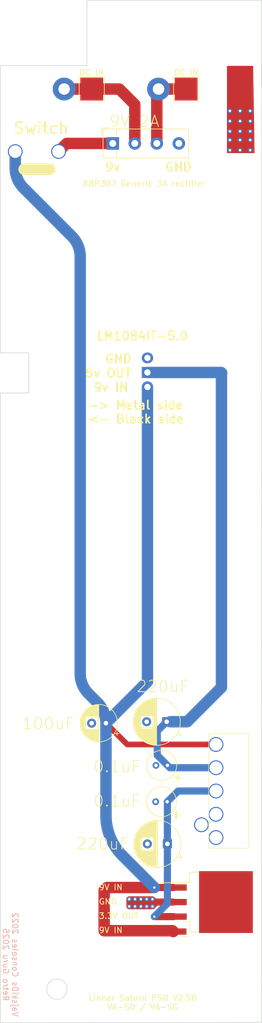
<source format=kicad_pcb>
(kicad_pcb (version 20240108) (generator "pcbnew") (generator_version "8.0")
  (layers (0 "F.Cu" signal) (31 "B.Cu" signal) (34 "B.Paste" user) (35 "F.Paste" user) (36 "B.SilkS" user "B.Silkscreen") (37 "F.SilkS" user "F.Silkscreen") (38 "B.Mask" user) (39 "F.Mask" user) (44 "Edge.Cuts" user))
  (net 0 "")
  (net 1 "GND")
  (net 2 "3.3v")
  (net 3 "5v")
  (footprint "Capacitor_THT:CP_Radial_D8.0mm_P3.50mm" (layer "F.Cu") (at 146.05 164.338 180)
    (property "Reference" "25v 220uF" (hide yes))
    (property "Value" "CP_Radial_D8.0mm_P3.50mm" (hide yes))
    (pad "1" thru_hole rect (at 0 0 180) (size 1.6 1.6) (drill 0.8) (layers "*.Cu" "*.Mask") (net 2 "3.3v"))
    (pad "GND" thru_hole circle (at 3.5 0 180) (size 1.6 1.6) (drill 0.8) (layers "*.Cu" "*.Mask") (net 1 "GND"))
  )
  (footprint "" (layer "F.Cu") (at 157.592 163.228)
    (property "Reference" "" (at 0 0 0) (layer "F.SilkS") (effects (font (size 1.27 1.27))))
    (property "Value" "" (at 0 0 0) (layer "F.SilkS") (effects (font (size 1.27 1.27))))
    (pad "" np_thru_hole circle (at 0 0) (size 3.2 3.2) (drill 3.2) (layers "*.Cu" "*.Mask"))
  )
  (footprint "" (layer "F.Cu") (at 142.564 84.54)
    (property "Reference" "" (at 0 0 0) (layer "F.SilkS") (effects (font (size 1.27 1.27))))
    (property "Value" "" (at 0 0 0) (layer "F.SilkS") (effects (font (size 1.27 1.27))))
    (pad "3" thru_hole oval (at 0 0 270) (size 1.905 2) (drill 1.1) (layers "*.Cu" "*.Mask"))
  )
  (footprint "" (layer "F.Cu") (at 154.544 146.972)
    (property "Reference" "" (at 0 0 0) (layer "F.SilkS") (effects (font (size 1.27 1.27))))
    (property "Value" "" (at 0 0 0) (layer "F.SilkS") (effects (font (size 1.27 1.27))))
    (pad "" thru_hole circle (at 0 0) (size 2.6 2.6) (drill 2.2) (layers "*.Cu" "*.Mask"))
  )
  (footprint "" (layer "F.Cu") (at 128 32.5)
    (property "Reference" "" (at 0 0 0) (layer "F.SilkS") (effects (font (size 1.27 1.27))))
    (property "Value" "")
    (pad "2" thru_hole oval (at 0 0) (size 4 4) (drill 2) (layers "*.Cu" "*.Mask"))
  )
  (footprint "" (layer "F.Cu") (at 152 161)
    (property "Reference" "" (at 0 0 0) (layer "F.SilkS") (effects (font (size 1.27 1.27))))
    (property "Value" "" (at 0 0 0) (layer "F.SilkS") (effects (font (size 1.27 1.27))))
    (pad "" thru_hole circle (at 0 0) (size 2.6 2.6) (drill 2.2) (layers "*.Cu" "*.Mask"))
  )
  (footprint "" (layer "F.Cu") (at 142.564 82)
    (property "Reference" "" (at 0 0 0) (layer "F.SilkS") (effects (font (size 1.27 1.27))))
    (property "Value" "" (at 0 0 0) (layer "F.SilkS") (effects (font (size 1.27 1.27))))
    (pad "1" thru_hole rect (at 0 0 270) (size 1.905 2) (drill 1.1) (layers "*.Cu" "*.Mask") (net 3 "5v"))
  )
  (footprint "TestPoint:TestPoint_Pad_4.0x4.0mm" (layer "F.Cu") (at 149.326 32.5)
    (property "Reference" "DC IN" (at 0 -2.898 0) (layer "F.SilkS"))
    (property "Value" "TestPoint_Pad_4.0x4.0mm" (hide yes))
    (pad "DC IN" smd rect (at 0 0) (size 4 4) (layers "F.Cu" "F.Mask"))
  )
  (footprint "" (layer "F.Cu") (at 144.5 32.5)
    (property "Reference" "" (at 0 0 0) (layer "F.SilkS") (effects (font (size 1.27 1.27))))
    (property "Value" "")
    (pad "2" thru_hole oval (at 0 0) (size 4 4) (drill 2) (layers "*.Cu" "*.Mask"))
  )
  (footprint "Capacitor_THT:C_Radial_D5.0mm_H5.0mm_P2.00mm" (layer "F.Cu") (at 146.05 150.622 180)
    (property "Reference" "50v 0.1uF" (hide yes))
    (property "Value" "C_Radial_D5.0mm_H5.0mm_P2.00mm" (hide yes))
    (pad "" thru_hole circle (at 2 0 180) (size 1.2 1.2) (drill 0.6) (layers "*.Cu" "*.Mask") (net 1 "GND"))
    (pad "1" thru_hole circle (at 0 0 180) (size 1.2 1.2) (drill 0.6) (layers "*.Cu" "*.Mask") (net 3 "5v"))
  )
  (footprint "" (layer "F.Cu") (at 157.592 151.036)
    (property "Reference" "" (at 0 0 0) (layer "F.SilkS") (effects (font (size 1.27 1.27))))
    (property "Value" "" (at 0 0 0) (layer "F.SilkS") (effects (font (size 1.27 1.27))))
    (pad "" np_thru_hole circle (at 0 0) (size 3.2 3.2) (drill 3.2) (layers "*.Cu" "*.Mask"))
  )
  (footprint "" (layer "F.Cu") (at 154.544 159.164)
    (property "Reference" "" (at 0 0 0) (layer "F.SilkS") (effects (font (size 1.27 1.27))))
    (property "Value" "" (at 0 0 0) (layer "F.SilkS") (effects (font (size 1.27 1.27))))
    (pad "" thru_hole circle (at 0 0) (size 2.6 2.6) (drill 2.2) (layers "*.Cu" "*.Mask") (net 1 "GND"))
  )
  (footprint "Capacitor_THT:CP_Radial_D6.3mm_P2.50mm" (layer "F.Cu") (at 135.310379 143.256 180)
    (property "Reference" "35v 100uF" (hide yes))
    (property "Value" "CP_Radial_D6.3mm_P2.50mm" (hide yes))
    (pad "" thru_hole circle (at 2.5 0 180) (size 1.6 1.6) (drill 0.8) (layers "*.Cu" "*.Mask") (net 1 "GND"))
    (pad "1" thru_hole rect (at 0 0 180) (size 1.6 1.6) (drill 0.8) (layers "*.Cu" "*.Mask"))
  )
  (footprint "" (layer "F.Cu") (at 154.544 151.036)
    (property "Reference" "" (at 0 0 0) (layer "F.SilkS") (effects (font (size 1.27 1.27))))
    (property "Value" "" (at 0 0 0) (layer "F.SilkS") (effects (font (size 1.27 1.27))))
    (pad "" thru_hole circle (at 0 0) (size 2.6 2.6) (drill 2.2) (layers "*.Cu" "*.Mask") (net 3 "5v"))
  )
  (footprint "Package_TO_SOT_SMD:TO-263-4pin" (layer "F.Cu") (at 152.908 174.498)
    (property "Reference" "LM2940A 3.3v TO263-3" (hide yes))
    (property "Value" "TO-263-4pin" (hide yes))
    (pad "" smd rect (at -5.775 0) (size 4.6 1.1) (layers "F.Cu" "F.Paste" "F.Mask"))
    (pad "" smd rect (at 3.375 0) (size 9.4 10.8) (layers "F.Cu" "F.Mask"))
    (pad "1" smd rect (at -5.775 -2.54) (size 4.6 1.1) (layers "F.Cu" "F.Paste" "F.Mask"))
    (pad "3" smd rect (at -5.775 2.54) (size 4.6 1.1) (layers "F.Cu" "F.Paste" "F.Mask") (net 2 "3.3v"))
    (pad "9V IN (ALT)" smd rect (at -5.825 5.15) (size 4.6 1.1) (layers "F.Cu" "F.Paste" "F.Mask"))
  )
  (footprint "" (layer "F.Cu") (at 157.592 159.164)
    (property "Reference" "" (at 0 0 0) (layer "F.SilkS") (effects (font (size 1.27 1.27))))
    (property "Value" "" (at 0 0 0) (layer "F.SilkS") (effects (font (size 1.27 1.27))))
    (pad "" np_thru_hole circle (at 0 0) (size 3.2 3.2) (drill 3.2) (layers "*.Cu" "*.Mask"))
  )
  (footprint "" (layer "F.Cu") (at 154.544 163.228)
    (property "Reference" "" (at 0 0 0) (layer "F.SilkS") (effects (font (size 1.27 1.27))))
    (property "Value" "" (at 0 0 0) (layer "F.SilkS") (effects (font (size 1.27 1.27))))
    (pad "" thru_hole circle (at 0 0) (size 2.6 2.6) (drill 2.2) (layers "*.Cu" "*.Mask") (net 1 "GND"))
  )
  (footprint "Capacitor_THT:CP_Radial_D8.0mm_P3.50mm" (layer "F.Cu") (at 145.924651 143.002 180)
    (property "Reference" "25v 220uF" (hide yes))
    (property "Value" "CP_Radial_D8.0mm_P3.50mm" (hide yes))
    (pad "" thru_hole circle (at 3.5 0 180) (size 1.6 1.6) (drill 0.8) (layers "*.Cu" "*.Mask") (net 1 "GND"))
    (pad "5v" thru_hole rect (at 0 0 180) (size 1.6 1.6) (drill 0.8) (layers "*.Cu" "*.Mask") (net 3 "5v"))
  )
  (footprint "Capacitor_THT:C_Radial_D5.0mm_H5.0mm_P2.00mm" (layer "F.Cu") (at 146 156.972 180)
    (property "Reference" "50v 0.1uF" (hide yes))
    (property "Value" "C_Radial_D5.0mm_H5.0mm_P2.00mm" (hide yes))
    (pad "" thru_hole circle (at 2 0 180) (size 1.2 1.2) (drill 0.6) (layers "*.Cu" "*.Mask") (net 1 "GND"))
    (pad "1" thru_hole circle (at 0 0 180) (size 1.2 1.2) (drill 0.6) (layers "*.Cu" "*.Mask") (net 2 "3.3v"))
  )
  (footprint "" (layer "F.Cu") (at 154.544 155.1)
    (property "Reference" "" (at 0 0 0) (layer "F.SilkS") (effects (font (size 1.27 1.27))))
    (property "Value" "" (at 0 0 0) (layer "F.SilkS") (effects (font (size 1.27 1.27))))
    (pad "" thru_hole circle (at 0 0) (size 2.6 2.6) (drill 2.2) (layers "*.Cu" "*.Mask") (net 2 "3.3v"))
  )
  (footprint "" (layer "F.Cu") (at 119.452 43.434)
    (property "Reference" "" (at 0 0 0) (layer "F.SilkS") (effects (font (size 1.27 1.27))))
    (property "Value" "" (at 0 0 0) (layer "F.SilkS") (effects (font (size 1.27 1.27))))
    (pad "1" thru_hole circle (at 0 0) (size 2.6 2.6) (drill 2.2) (layers "*.Cu" "*.Mask"))
  )
  (footprint "" (layer "F.Cu") (at 142.564 79.46)
    (property "Reference" "" (at 0 0 0) (layer "F.SilkS") (effects (font (size 1.27 1.27))))
    (property "Value" "" (at 0 0 0) (layer "F.SilkS") (effects (font (size 1.27 1.27))))
    (pad "GND" thru_hole oval (at 0 0 270) (size 1.905 2) (drill 1.1) (layers "*.Cu" "*.Mask") (net 1 "GND"))
  )
  (footprint "Diode_THT:Diode_Bridge_Vishay_KBPM" (layer "F.Cu") (at 136.5 42)
    (property "Reference" "REF**" (hide yes))
    (property "Value" "KBP307 Generic 3A rectifier" (at 5.5 7 0) (layer "F.SilkS"))
    (pad "1" thru_hole rect (at 0 0) (size 2.2 2.2) (drill 1.2) (layers "*.Cu" "*.Mask"))
    (pad "2" thru_hole circle (at 3.85 0) (size 2.2 2.2) (drill 1.2) (layers "*.Cu" "*.Mask"))
    (pad "3" thru_hole circle (at 7.7 0) (size 2.2 2.2) (drill 1.2) (layers "*.Cu" "*.Mask"))
    (pad "4" thru_hole circle (at 11.55 0) (size 2.2 2.2) (drill 1.2) (layers "*.Cu" "*.Mask") (net 1 "GND"))
  )
  (footprint "TestPoint:TestPoint_Pad_4.0x4.0mm" (layer "F.Cu") (at 132.826 32.5)
    (property "Reference" "DC IN" (at 0 -2.898 0) (layer "F.SilkS"))
    (property "Value" "TestPoint_Pad_4.0x4.0mm" (hide yes))
    (pad "DC IN" smd rect (at 0 0) (size 4 4) (layers "F.Cu" "F.Mask"))
  )
  (footprint "" (layer "F.Cu") (at 157.592 155.1)
    (property "Reference" "" (at 0 0 0) (layer "F.SilkS") (effects (font (size 1.27 1.27))))
    (property "Value" "" (at 0 0 0) (layer "F.SilkS") (effects (font (size 1.27 1.27))))
    (pad "" np_thru_hole circle (at 0 0) (size 3.2 3.2) (drill 3.2) (layers "*.Cu" "*.Mask"))
  )
  (footprint "" (layer "F.Cu") (at 127.03 43.41)
    (property "Reference" "" (at 0 0 0) (layer "F.SilkS") (effects (font (size 1.27 1.27))))
    (property "Value" "" (at 0 0 0) (layer "F.SilkS") (effects (font (size 1.27 1.27))))
    (pad "1" thru_hole circle (at 0 0) (size 2.6 2.6) (drill 2.2) (layers "*.Cu" "*.Mask"))
  )
  (footprint "" (layer "F.Cu") (at 157.592 146.972)
    (property "Reference" "" (at 0 0 0) (layer "F.SilkS") (effects (font (size 1.27 1.27))))
    (property "Value" "" (at 0 0 0) (layer "F.SilkS") (effects (font (size 1.27 1.27))))
    (pad "" np_thru_hole circle (at 0 0) (size 3.2 3.2) (drill 3.2) (layers "*.Cu" "*.Mask"))
  )
  (gr_line (start 153.274 145.1) (end 153.274 165.1) (stroke (width 0.1)) (layer "F.SilkS"))
  (gr_line (start 125.5 46.5) (end 121 46.5) (stroke (width 2)) (layer "F.SilkS"))
  (gr_line (start 153.274 165.1) (end 160.274 165.1) (stroke (width 0.1)) (layer "F.SilkS"))
  (gr_line (start 153.274 145.1) (end 160.274 145.1) (stroke (width 0.1)) (layer "F.SilkS"))
  (gr_line (start 160.274 145.1) (end 160.274 165.1) (stroke (width 0.1)) (layer "F.SilkS"))
  (gr_line (start 132 17) (end 132 28.4) (stroke (width 0.1)) (layer "Edge.Cuts"))
  (gr_line (start 162.56 28.4) (end 162.5 195.5) (stroke (width 0.1)) (layer "Edge.Cuts"))
  (gr_line (start 116.84 85.58) (end 121.84 85.58) (stroke (width 0.1)) (layer "Edge.Cuts"))
  (gr_line (start 121.84 78.58) (end 121.84 85.58) (stroke (width 0.1)) (layer "Edge.Cuts"))
  (gr_circle (center 126.746 189.706) (end 128.5 190) (stroke (width 0.1)) (fill none) (layer "Edge.Cuts"))
  (gr_line (start 116.84 28.4) (end 116.84 78.58) (stroke (width 0.1)) (layer "Edge.Cuts"))
  (gr_line (start 116.84 78.58) (end 121.84 78.58) (stroke (width 0.1)) (layer "Edge.Cuts"))
  (gr_line (start 162.5 17) (end 132 17) (stroke (width 0.1)) (layer "Edge.Cuts"))
  (gr_line (start 132 28.4) (end 116.84 28.4) (stroke (width 0.1)) (layer "Edge.Cuts"))
  (gr_line (start 162.5 195.5) (end 116.84 195.58) (stroke (width 0.1)) (layer "Edge.Cuts"))
  (gr_line (start 162.5 32) (end 162.5 17) (stroke (width 0.1)) (layer "Edge.Cuts"))
  (gr_line (start 116.84 85.58) (end 116.84 195.58) (stroke (width 0.1)) (layer "Edge.Cuts"))
  (gr_text "9v IN" (at 136 173 0) (layer "F.Cu") (effects (font (size 1.5 1.5) (thickness 0.3) (bold yes)) (justify left bottom)))
  (gr_text "VajskiDs Consoles 2022\nRetro Guru 2025" (at 118.618 185.42 270) (layer "B.SilkS") (effects (font (size 1 1)) (justify mirror)))
  (gr_text "9V 2A" (at 135.81 39.29 0) (layer "F.SilkS") (effects (font (size 2 2)) (justify left bottom)))
  (gr_text "+" (at 147.574 159.258 0) (layer "F.SilkS") (effects (font (size 1.5 1.5) (thickness 0.3)) (justify mirror)))
  (gr_text "Linear Saturn PSU V2.50\nVA-SD / VA-SG" (at 141.732 192.024 0) (layer "F.SilkS") (effects (font (size 1 1))))
  (gr_text "220uF" (at 130 165.5 0) (layer "F.SilkS") (effects (font (size 2 2)) (justify left bottom)))
  (gr_text "9V IN" (at 134 172.5 0) (layer "F.SilkS") (effects (font (size 1 1)) (justify left bottom)))
  (gr_text "9V IN" (at 134 180 0) (layer "F.SilkS") (effects (font (size 1 1)) (justify left bottom)))
  (gr_text "LM1084IT-5.0" (at 133.5 76.5 0) (layer "F.SilkS") (effects (font (size 1.5 1.5) (thickness 0.3) (bold yes)) (justify left bottom)))
  (gr_text "-> Metal side\n<- Black side" (at 132 91 0) (layer "F.SilkS") (effects (font (size 1.5 1.5) (thickness 0.3) (bold yes)) (justify left bottom)))
  (gr_text "GND" (at 145.5 47 0) (layer "F.SilkS") (effects (font (size 1.5 1.5) (thickness 0.3) (bold yes)) (justify left bottom)))
  (gr_text "3.3V OUT" (at 134 177.5 0) (layer "F.SilkS") (effects (font (size 1 1)) (justify left bottom)))
  (gr_text "+" (at 147.828 152.654 0) (layer "F.SilkS") (effects (font (size 1.5 1.5) (thickness 0.3)) (justify mirror)))
  (gr_text "GND" (at 134 175 0) (layer "F.SilkS") (effects (font (size 1 1)) (justify left bottom)))
  (gr_text "220uF" (at 140.5 138 0) (layer "F.SilkS") (effects (font (size 2 2)) (justify left bottom)))
  (gr_text "9v" (at 135 47 0) (layer "F.SilkS") (effects (font (size 1.5 1.5) (thickness 0.3) (bold yes)) (justify left bottom)))
  (gr_text "9v IN" (at 133 85.5 0) (layer "F.SilkS") (effects (font (size 1.5 1.5) (thickness 0.3) (bold yes)) (justify left bottom)))
  (gr_text "0.1uF" (at 133 158 0) (layer "F.SilkS") (effects (font (size 2 2)) (justify left bottom)))
  (gr_text "Switch" (at 119 40.5 0) (layer "F.SilkS") (effects (font (size 2 2) (thickness 0.3) (bold yes)) (justify left bottom)))
  (gr_text "0.1uF" (at 133 152 0) (layer "F.SilkS") (effects (font (size 2 2)) (justify left bottom)))
  (gr_text "5v OUT" (at 131.5 83 0) (layer "F.SilkS") (effects (font (size 1.5 1.5) (thickness 0.3) (bold yes)) (justify left bottom)))
  (gr_text "GND" (at 135 80.5 0) (layer "F.SilkS") (effects (font (size 1.5 1.5) (thickness 0.3) (bold yes)) (justify left bottom)))
  (gr_text "100uF" (at 120.5 144.5 0) (layer "F.SilkS") (effects (font (size 2 2)) (justify left bottom)))
  (segment (start 128 32.5) (end 132.826 32.5) (width 2) (layer "F.Cu") (net 0))
  (segment (start 135 172.458) (end 135 179.5) (width 2) (layer "F.Cu") (net 0))
  (segment (start 151.078 146.972) (end 151.08 146.97) (width 1) (layer "F.Cu") (net 0))
  (segment (start 140.35 35.198) (end 140.35 42) (width 2) (layer "F.Cu") (net 0))
  (segment (start 135 179.5) (end 146.935 179.5) (width 2) (layer "F.Cu") (net 0))
  (segment (start 132.826 32.5) (end 137.652 32.5) (width 2) (layer "F.Cu") (net 0))
  (segment (start 127.03 43.41) (end 128.44 42) (width 2) (layer "F.Cu") (net 0))
  (segment (start 144.5 32.5) (end 144.2 32.8) (width 2) (layer "F.Cu") (net 0))
  (segment (start 128.44 42) (end 136.5 42) (width 2) (layer "F.Cu") (net 0))
  (segment (start 144.2 32.8) (end 144.2 42) (width 2) (layer "F.Cu") (net 0))
  (segment (start 144.5 32.5) (end 149.326 32.5) (width 2) (layer "F.Cu") (net 0))
  (segment (start 146.935 179.5) (end 147.083 179.648) (width 2) (layer "F.Cu") (net 0))
  (segment (start 137.652 32.5) (end 140.35 35.198) (width 2) (layer "F.Cu") (net 0))
  (segment (start 151.08 146.97) (end 154.542 146.97) (width 1) (layer "F.Cu") (net 0))
  (segment (start 143.764 171.958) (end 135.5 171.958) (width 2) (layer "F.Cu") (net 0))
  (segment (start 139.026379 146.972) (end 151.078 146.972) (width 1) (layer "F.Cu") (net 0))
  (segment (start 143.764 171.958) (end 147.133 171.958) (width 1.25) (layer "F.Cu") (net 0))
  (segment (start 135.5 171.958) (end 135 172.458) (width 2) (layer "F.Cu") (net 0))
  (segment (start 154.542 146.97) (end 154.544 146.972) (width 0.25) (layer "F.Cu") (net 0))
  (segment (start 144.5 41.7) (end 144.2 42) (width 0.25) (layer "F.Cu") (net 0))
  (segment (start 135.310379 143.256) (end 139.026379 146.972) (width 1) (layer "F.Cu") (net 0))
  (via (at 143.764 171.958) (size 0.8) (drill 0.4) (layers "F.Cu" "B.Cu") (net 0))
  (segment (start 135.310379 143.223447) (end 135.310379 143.256) (width 1) (layer "B.Cu") (net 0))
  (segment (start 132.274466 138.116466) (end 133.845913 139.687913) (width 2) (layer "B.Cu") (net 0))
  (segment (start 135.128 143.256) (end 135.310379 143.256) (width 0.25) (layer "B.Cu") (net 0))
  (segment (start 120.916466 49.796466) (end 129.345534 58.225534) (width 2) (layer "B.Cu") (net 0))
  (segment (start 119.452 43.434) (end 119.452 46.260932) (width 2) (layer "B.Cu") (net 0))
  (segment (start 130.81 61.761068) (end 130.81 134.580932) (width 2) (layer "B.Cu") (net 0))
  (segment (start 135.310379 143.256) (end 142.564 136.002379) (width 2) (layer "B.Cu") (net 0))
  (segment (start 135.310379 143.256) (end 135.310379 159.362243) (width 2) (layer "B.Cu") (net 0))
  (segment (start 138.239311 166.433311) (end 143.764 171.958) (width 2) (layer "B.Cu") (net 0))
  (segment (start 142.564 136.002379) (end 142.564 84.54) (width 2) (layer "B.Cu") (net 0))
  (arc (start 133.845913 139.687913) (mid 134.929777 141.31003) (end 135.310379 143.223447) (width 2) (layer "B.Cu") (net 0))
  (arc (start 138.239311 166.433311) (mid 136.071583 163.189077) (end 135.310379 159.362243) (width 2) (layer "B.Cu") (net 0))
  (arc (start 132.274466 138.116466) (mid 131.190602 136.494349) (end 130.81 134.580932) (width 2) (layer "B.Cu") (net 0))
  (arc (start 120.916466 49.796466) (mid 119.832602 48.174349) (end 119.452 46.260932) (width 2) (layer "B.Cu") (net 0))
  (arc (start 129.345534 58.225534) (mid 130.429398 59.847651) (end 130.81 61.761068) (width 2) (layer "B.Cu") (net 0))
  (segment (start 140.395 173.99) (end 140.395 175.26) (width 1) (layer "F.Cu") (net 1))
  (segment (start 158.75 32.512) (end 158.75 43.18) (width 1) (layer "F.Cu") (net 1))
  (segment (start 141.411 173.99) (end 141.411 175.26) (width 1) (layer "F.Cu") (net 1))
  (segment (start 158.75 32.512) (end 160.528 34.29) (width 0.25) (layer "F.Cu") (net 1))
  (segment (start 143.323 174.685) (end 143.443 174.565) (width 1) (layer "F.Cu") (net 1))
  (segment (start 143.443 175.26) (end 139.379 175.26) (width 1) (layer "F.Cu") (net 1))
  (segment (start 156.972 43.18) (end 160.528 43.18) (width 1) (layer "F.Cu") (net 1))
  (segment (start 143.443 174.565) (end 143.443 175.26) (width 1) (layer "F.Cu") (net 1))
  (segment (start 143.951 174.498) (end 143.443 173.99) (width 1) (layer "F.Cu") (net 1))
  (segment (start 160.528 34.29) (end 160.528 36.322) (width 1) (layer "F.Cu") (net 1))
  (segment (start 139.379 174.685) (end 143.323 174.685) (width 1) (layer "F.Cu") (net 1))
  (segment (start 160.528 36.322) (end 160.528 43.18) (width 1) (layer "F.Cu") (net 1))
  (segment (start 156.972 34.29) (end 156.972 36.322) (width 1) (layer "F.Cu") (net 1))
  (segment (start 143.443 173.99) (end 143.443 174.565) (width 1) (layer "F.Cu") (net 1))
  (segment (start 139.379 174.685) (end 139.379 175.26) (width 1) (layer "F.Cu") (net 1))
  (segment (start 144.205 174.498) (end 143.443 175.26) (width 1) (layer "F.Cu") (net 1))
  (segment (start 156.972 36.322) (end 156.972 43.18) (width 1) (layer "F.Cu") (net 1))
  (segment (start 156.972 39.878) (end 160.528 39.878) (width 1) (layer "F.Cu") (net 1))
  (segment (start 139.379 173.99) (end 139.379 174.685) (width 1) (layer "F.Cu") (net 1))
  (segment (start 147.066 174.498) (end 143.951 174.498) (width 1.25) (layer "F.Cu") (net 1))
  (segment (start 156.972 38.1) (end 160.528 38.1) (width 1) (layer "F.Cu") (net 1))
  (segment (start 156.972 41.402) (end 160.528 41.402) (width 1) (layer "F.Cu") (net 1))
  (segment (start 158.75 32.512) (end 156.972 34.29) (width 0.25) (layer "F.Cu") (net 1))
  (segment (start 156.972 36.322) (end 160.528 36.322) (width 1) (layer "F.Cu") (net 1))
  (segment (start 142.427 173.99) (end 142.427 175.26) (width 1) (layer "F.Cu") (net 1))
  (segment (start 143.443 173.99) (end 139.379 173.99) (width 1) (layer "F.Cu") (net 1))
  (via (at 158.75 41.402) (size 0.8) (drill 0.4) (layers "F.Cu" "B.Cu") (net 1))
  (via (at 160.528 43.18) (size 0.8) (drill 0.4) (layers "F.Cu" "B.Cu") (net 1))
  (via (at 140.395 175.26) (size 0.8) (drill 0.4) (layers "F.Cu" "B.Cu") (net 1))
  (via (at 156.972 43.18) (size 0.8) (drill 0.4) (layers "F.Cu" "B.Cu") (net 1))
  (via (at 160.528 41.402) (size 0.8) (drill 0.4) (layers "F.Cu" "B.Cu") (net 1))
  (via (at 156.972 36.322) (size 0.8) (drill 0.4) (layers "F.Cu" "B.Cu") (net 1))
  (via (at 158.75 43.18) (size 0.8) (drill 0.4) (layers "F.Cu" "B.Cu") (net 1))
  (via (at 141.411 175.26) (size 0.8) (drill 0.4) (layers "F.Cu" "B.Cu") (net 1))
  (via (at 139.379 175.26) (size 0.8) (drill 0.4) (layers "F.Cu" "B.Cu") (net 1))
  (via (at 140.395 173.99) (size 0.8) (drill 0.4) (layers "F.Cu" "B.Cu") (net 1))
  (via (at 142.427 175.26) (size 0.8) (drill 0.4) (layers "F.Cu" "B.Cu") (net 1))
  (via (at 143.443 173.99) (size 0.8) (drill 0.4) (layers "F.Cu" "B.Cu") (net 1))
  (via (at 142.427 173.99) (size 0.8) (drill 0.4) (layers "F.Cu" "B.Cu") (net 1))
  (via (at 160.528 36.322) (size 0.8) (drill 0.4) (layers "F.Cu" "B.Cu") (net 1))
  (via (at 156.972 39.878) (size 0.8) (drill 0.4) (layers "F.Cu" "B.Cu") (net 1))
  (via (at 158.75 36.322) (size 0.8) (drill 0.4) (layers "F.Cu" "B.Cu") (net 1))
  (via (at 160.528 38.1) (size 0.8) (drill 0.4) (layers "F.Cu" "B.Cu") (net 1))
  (via (at 141.411 173.99) (size 0.8) (drill 0.4) (layers "F.Cu" "B.Cu") (net 1))
  (via (at 139.379 173.99) (size 0.8) (drill 0.4) (layers "F.Cu" "B.Cu") (net 1))
  (via (at 156.972 38.1) (size 0.8) (drill 0.4) (layers "F.Cu" "B.Cu") (net 1))
  (via (at 156.972 41.402) (size 0.8) (drill 0.4) (layers "F.Cu" "B.Cu") (net 1))
  (via (at 160.528 39.878) (size 0.8) (drill 0.4) (layers "F.Cu" "B.Cu") (net 1))
  (via (at 143.443 175.26) (size 0.8) (drill 0.4) (layers "F.Cu" "B.Cu") (net 1))
  (via (at 158.75 38.1) (size 0.8) (drill 0.4) (layers "F.Cu" "B.Cu") (net 1))
  (via (at 158.75 39.878) (size 0.8) (drill 0.4) (layers "F.Cu" "B.Cu") (net 1))
  (segment (start 132.810379 143.256) (end 132.810379 143.009447) (width 1) (layer "B.Cu") (net 1))
  (segment (start 143.764 177.038) (end 147.133 177.038) (width 1.25) (layer "F.Cu") (net 2))
  (via (at 143.764 177.038) (size 0.8) (drill 0.4) (layers "F.Cu" "B.Cu") (net 2))
  (segment (start 154.544 155.1) (end 147.922 155.1) (width 1.25) (layer "B.Cu") (net 2))
  (segment (start 143.764 177.038) (end 146.05 174.752) (width 1.25) (layer "B.Cu") (net 2))
  (segment (start 147.922 155.1) (end 146.05 156.972) (width 1.25) (layer "B.Cu") (net 2))
  (segment (start 146.05 156.972) (end 146.05 164.338) (width 1.25) (layer "B.Cu") (net 2))
  (segment (start 146.05 174.752) (end 146.05 165.437511) (width 1.25) (layer "B.Cu") (net 2))
  (segment (start 149.498 143.002) (end 146.558 143.002) (width 2) (layer "B.Cu") (net 3))
  (segment (start 144.272 144.654651) (end 145.924651 143.002) (width 1.25) (layer "B.Cu") (net 3))
  (segment (start 146.478564 151.036) (end 144.272 148.829436) (width 1.25) (layer "B.Cu") (net 3))
  (segment (start 155.436 82) (end 155.544 82.108) (width 2) (layer "B.Cu") (net 3))
  (segment (start 154.544 151.036) (end 146.478564 151.036) (width 1.25) (layer "B.Cu") (net 3))
  (segment (start 155.544 82.108) (end 155.5 82.152) (width 2) (layer "B.Cu") (net 3))
  (segment (start 144.272 148.844) (end 144.272 144.654651) (width 1.25) (layer "B.Cu") (net 3))
  (segment (start 145.78 150.622) (end 145.542 150.622) (width 0.25) (layer "B.Cu") (net 3))
  (segment (start 155.5 137) (end 149.498 143.002) (width 2) (layer "B.Cu") (net 3))
  (segment (start 155.5 82.152) (end 155.5 137) (width 2) (layer "B.Cu") (net 3))
  (segment (start 144.272 148.829436) (end 144.272 144.654651) (width 1.25) (layer "B.Cu") (net 3))
  (segment (start 155.5 137) (end 154.75 137.75) (width 2) (layer "B.Cu") (net 3))
  (segment (start 151.732 151.036) (end 146.464 151.036) (width 1.25) (layer "B.Cu") (net 3))
  (segment (start 154.544 151.036) (end 151.732 151.036) (width 1.25) (layer "B.Cu") (net 3))
  (segment (start 146.05 150.622) (end 144.272 148.844) (width 1.25) (layer "B.Cu") (net 3))
  (segment (start 142.564 82) (end 155.436 82) (width 2) (layer "B.Cu") (net 3))
  (zone (net 1) (net_name "GND") (layer "F.Cu") (connect_pads (clearance 0.508)) (min_thickness 0.254) (fill yes (thermal_gap 0.508) (thermal_bridge_width 0.508))
    (polygon (pts (xy 161.29 43.688) (xy 156.464 43.688) (xy 156.464 28.448) (xy 161.036 28.448)))
  )
)
</source>
